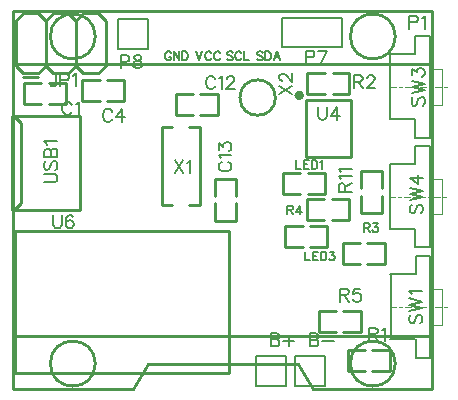
<source format=gto>
G04 ---------------------------- Layer name :TOP SILK LAYER*
G04 easyEDA 0.1*
G04 Scale: 100 percent, Rotated: No, Reflected: No *
G04 Dimensions in inches *
G04 leading zeros omitted , absolute positions ,2 integer and 4 * 
%FSLAX24Y24*%
%MOIN*%
G90*
G70D02*

%ADD10C,0.010000*%
%ADD11C,0.007874*%
%ADD12C,0.003937*%
%ADD13C,0.001968*%
%ADD14C,0.008000*%
%ADD15C,0.007992*%
%ADD16C,0.015748*%
%ADD17C,0.007000*%
%ADD18C,0.006000*%

%LPD*%
G54D10*
G01X6000Y9790D02*
G01X5439Y9790D01*
G01X6250Y9090D02*
G01X6839Y9090D01*
G01X6839Y9790D01*
G01X6250Y9790D01*
G01X5439Y9790D02*
G01X5439Y9090D01*
G01X5439Y9090D02*
G01X6000Y9090D01*
G01X7443Y6407D02*
G01X7443Y6967D01*
G01X6743Y6157D02*
G01X6743Y5567D01*
G01X7443Y5567D01*
G01X7443Y6157D01*
G01X7443Y6967D02*
G01X6743Y6967D01*
G01X6743Y6967D02*
G01X6743Y6407D01*
G01X11Y12569D02*
G01X13988Y12569D01*
G01X11Y12569D02*
G01X11Y-29D01*
G01X13988Y12569D02*
G01X13988Y-29D01*
G01X11Y-29D02*
G01X4000Y-29D01*
G01X11Y10797D02*
G01X13988Y10797D01*
G01X11Y1742D02*
G01X13988Y1742D01*
G01X4500Y817D02*
G01X9500Y817D01*
G01X4500Y817D02*
G01X4000Y-29D01*
G01X9500Y817D02*
G01X10000Y-29D01*
G01X10000Y-29D02*
G01X13988Y-29D01*
G01X11089Y9605D02*
G01X9788Y9605D01*
G01X9788Y7716D01*
G01X11288Y7716D01*
G01X11288Y9605D01*
G01X11089Y9605D01*
G54D11*
G01X12590Y8958D02*
G01X12590Y11123D01*
G01X13910Y8348D02*
G01X13909Y11733D01*
G01X13909Y8348D02*
G01X13425Y8348D01*
G01X13909Y11733D02*
G01X13425Y11733D01*
G01X13425Y8958D02*
G01X13425Y8348D01*
G01X12590Y11123D02*
G01X13406Y11123D01*
G01X12590Y8958D02*
G01X13406Y8957D01*
G01X13425Y11123D02*
G01X13425Y11733D01*
G54D12*
G01X13909Y9450D02*
G01X14303Y9450D01*
G01X13909Y10631D02*
G01X14303Y10631D01*
G01X14303Y9450D02*
G01X14303Y10631D01*
G54D13*
G01X12568Y10040D02*
G01X12768Y10040D01*
G01X12868Y10040D02*
G01X12968Y10040D01*
G01X13068Y10040D02*
G01X13268Y10040D01*
G01X13368Y10040D02*
G01X13468Y10040D01*
G01X13568Y10040D02*
G01X13768Y10040D01*
G01X13868Y10040D02*
G01X13968Y10040D01*
G01X14068Y10040D02*
G01X14268Y10040D01*
G01X14368Y10040D02*
G01X14468Y10040D01*
G54D11*
G01X12580Y5300D02*
G01X12580Y7465D01*
G01X13898Y4690D02*
G01X13898Y8075D01*
G01X13898Y4690D02*
G01X13414Y4690D01*
G01X13897Y8075D02*
G01X13414Y8075D01*
G01X13414Y5300D02*
G01X13414Y4690D01*
G01X12579Y7465D02*
G01X13394Y7465D01*
G01X12579Y5300D02*
G01X13394Y5300D01*
G01X13414Y7465D02*
G01X13414Y8075D01*
G54D12*
G01X13898Y5792D02*
G01X14292Y5792D01*
G01X13898Y6973D02*
G01X14292Y6973D01*
G01X14292Y5792D02*
G01X14292Y6973D01*
G54D13*
G01X12556Y6382D02*
G01X12756Y6382D01*
G01X12856Y6382D02*
G01X12956Y6382D01*
G01X13056Y6382D02*
G01X13256Y6382D01*
G01X13356Y6382D02*
G01X13456Y6382D01*
G01X13556Y6382D02*
G01X13756Y6382D01*
G01X13856Y6382D02*
G01X13956Y6382D01*
G01X14056Y6382D02*
G01X14256Y6382D01*
G01X14356Y6382D02*
G01X14456Y6382D01*
G54D11*
G01X12592Y1625D02*
G01X12592Y3790D01*
G01X13910Y1015D02*
G01X13910Y4400D01*
G01X13910Y1015D02*
G01X13426Y1015D01*
G01X13910Y4400D02*
G01X13426Y4400D01*
G01X13426Y1625D02*
G01X13426Y1015D01*
G01X12591Y3790D02*
G01X13406Y3790D01*
G01X12591Y1625D02*
G01X13406Y1625D01*
G01X13426Y3790D02*
G01X13426Y4400D01*
G54D12*
G01X13910Y2117D02*
G01X14304Y2117D01*
G01X13910Y3298D02*
G01X14304Y3298D01*
G01X14304Y2117D02*
G01X14304Y3298D01*
G54D13*
G01X12568Y2707D02*
G01X12768Y2707D01*
G01X12868Y2707D02*
G01X12968Y2707D01*
G01X13068Y2707D02*
G01X13268Y2707D01*
G01X13368Y2707D02*
G01X13468Y2707D01*
G01X13568Y2707D02*
G01X13768Y2707D01*
G01X13868Y2707D02*
G01X13968Y2707D01*
G01X14068Y2707D02*
G01X14268Y2707D01*
G01X14368Y2707D02*
G01X14468Y2707D01*
G54D10*
G01X100Y10750D02*
G01X350Y10500D01*
G01X850Y10500D02*
G01X1100Y10750D01*
G01X1100Y10750D02*
G01X1350Y10500D01*
G01X1850Y10500D02*
G01X2100Y10750D01*
G01X2100Y10750D02*
G01X2350Y10500D01*
G01X2850Y10500D02*
G01X3100Y10750D01*
G01X100Y10750D02*
G01X100Y12250D01*
G01X100Y12250D02*
G01X350Y12500D01*
G01X350Y12500D02*
G01X850Y12500D01*
G01X850Y12500D02*
G01X1100Y12250D01*
G01X1100Y12250D02*
G01X1350Y12500D01*
G01X1350Y12500D02*
G01X1850Y12500D01*
G01X1850Y12500D02*
G01X2100Y12250D01*
G01X2100Y12250D02*
G01X2350Y12500D01*
G01X2350Y12500D02*
G01X2850Y12500D01*
G01X2850Y12500D02*
G01X3100Y12250D01*
G01X1100Y12250D02*
G01X1100Y10750D01*
G01X2100Y12250D02*
G01X2100Y10750D01*
G01X3100Y12250D02*
G01X3100Y10750D01*
G01X2350Y10500D02*
G01X2850Y10500D01*
G01X1350Y10500D02*
G01X1850Y10500D01*
G01X350Y10500D02*
G01X850Y10500D01*
G01X850Y10369D02*
G01X350Y10369D01*
G01X5324Y6097D02*
G01X4970Y6097D01*
G01X4970Y8716D01*
G01X5324Y8716D01*
G01X5875Y8716D02*
G01X6229Y8716D01*
G01X6229Y6097D01*
G01X5875Y6097D01*
G01X11567Y4825D02*
G01X11006Y4825D01*
G01X11817Y4125D02*
G01X12406Y4125D01*
G01X12406Y4825D01*
G01X11817Y4825D01*
G01X11006Y4825D02*
G01X11006Y4125D01*
G01X11006Y4125D02*
G01X11567Y4125D01*
G01X1207Y9482D02*
G01X1767Y9482D01*
G01X957Y10182D02*
G01X367Y10182D01*
G01X367Y9482D01*
G01X957Y9482D01*
G01X1767Y9482D02*
G01X1767Y10182D01*
G01X1767Y10182D02*
G01X1207Y10182D01*
G01X10377Y6294D02*
G01X9817Y6294D01*
G01X10627Y5594D02*
G01X11217Y5594D01*
G01X11217Y6294D01*
G01X10627Y6294D01*
G01X9817Y6294D02*
G01X9817Y5594D01*
G01X9817Y5594D02*
G01X10377Y5594D01*
G01X9836Y6455D02*
G01X10397Y6455D01*
G01X9586Y7155D02*
G01X8997Y7155D01*
G01X8997Y6455D01*
G01X9586Y6455D01*
G01X10397Y6455D02*
G01X10397Y7155D01*
G01X10397Y7155D02*
G01X9836Y7155D01*
G01X9911Y4705D02*
G01X10472Y4705D01*
G01X9661Y5405D02*
G01X9072Y5405D01*
G01X9072Y4705D01*
G01X9661Y4705D01*
G01X10472Y4705D02*
G01X10472Y5405D01*
G01X10472Y5405D02*
G01X9911Y5405D01*
G01X2252Y5925D02*
G01X-7Y5925D01*
G01X2256Y5925D02*
G01X2256Y9074D01*
G01X2256Y9074D02*
G01X-3Y9074D01*
G01X-11Y5925D02*
G01X-11Y9074D01*
G01X268Y6165D02*
G01X268Y8830D01*
G01X-11Y5933D02*
G01X36Y5933D01*
G01X268Y6165D01*
G01X-3Y9063D02*
G01X36Y9063D01*
G01X268Y8830D01*
G01X10773Y2565D02*
G01X10214Y2565D01*
G01X11023Y1865D02*
G01X11614Y1865D01*
G01X11614Y2565D01*
G01X11023Y2565D01*
G01X10214Y2565D02*
G01X10214Y1865D01*
G01X10214Y1865D02*
G01X10773Y1865D01*
G54D14*
G01X9100Y80D02*
G01X8100Y80D01*
G01X8100Y1080D01*
G01X9100Y1080D01*
G01X9100Y330D01*
G54D15*
G01X9100Y80D02*
G01X9100Y330D01*
G54D14*
G01X10403Y76D02*
G01X9403Y76D01*
G01X9403Y1076D01*
G01X10403Y1076D01*
G01X10403Y326D01*
G54D15*
G01X10403Y76D02*
G01X10403Y326D01*
G54D10*
G01X10659Y9800D02*
G01X11218Y9800D01*
G01X10409Y10500D02*
G01X9818Y10500D01*
G01X9818Y9800D01*
G01X10409Y9800D01*
G01X11218Y9800D02*
G01X11218Y10500D01*
G01X11218Y10500D02*
G01X10659Y10500D01*
G54D14*
G01X10975Y12350D02*
G01X10975Y11359D01*
G01X8975Y11359D01*
G01X8975Y12350D01*
G01X10975Y12350D01*
G01X4500Y11300D02*
G01X3500Y11300D01*
G01X3500Y12300D01*
G01X4500Y12300D01*
G01X4500Y11550D01*
G54D15*
G01X4500Y11300D02*
G01X4500Y11550D01*
G54D10*
G01X3146Y9567D02*
G01X3707Y9567D01*
G01X2896Y10267D02*
G01X2307Y10267D01*
G01X2307Y9567D01*
G01X2896Y9567D01*
G01X3707Y9567D02*
G01X3707Y10267D01*
G01X3707Y10267D02*
G01X3146Y10267D01*
G01X11739Y1259D02*
G01X11180Y1259D01*
G01X11989Y559D02*
G01X12580Y559D01*
G01X12580Y1259D01*
G01X11989Y1259D01*
G01X11180Y1259D02*
G01X11180Y559D01*
G01X11180Y559D02*
G01X11739Y559D01*
G01X11609Y6409D02*
G01X11609Y5848D01*
G01X12309Y6659D02*
G01X12309Y7248D01*
G01X11609Y7248D01*
G01X11609Y6659D01*
G01X11609Y5848D02*
G01X12309Y5848D01*
G01X12309Y5848D02*
G01X12309Y6409D01*
G01X7200Y500D02*
G01X7200Y5240D01*
G01X7200Y5240D02*
G01X69Y5240D01*
G01X69Y5240D02*
G01X69Y500D01*
G01X69Y500D02*
G01X7200Y500D01*
G54D17*
G01X6747Y10300D02*
G01X6726Y10340D01*
G01X6685Y10382D01*
G01X6645Y10401D01*
G01X6563Y10401D01*
G01X6522Y10382D01*
G01X6481Y10340D01*
G01X6460Y10300D01*
G01X6440Y10238D01*
G01X6440Y10136D01*
G01X6460Y10075D01*
G01X6481Y10034D01*
G01X6522Y9992D01*
G01X6563Y9973D01*
G01X6645Y9973D01*
G01X6685Y9992D01*
G01X6726Y10034D01*
G01X6747Y10075D01*
G01X6882Y10321D02*
G01X6923Y10340D01*
G01X6984Y10401D01*
G01X6984Y9973D01*
G01X7140Y10300D02*
G01X7140Y10321D01*
G01X7160Y10361D01*
G01X7180Y10382D01*
G01X7221Y10401D01*
G01X7303Y10401D01*
G01X7344Y10382D01*
G01X7365Y10361D01*
G01X7385Y10321D01*
G01X7385Y10280D01*
G01X7365Y10238D01*
G01X7324Y10176D01*
G01X7119Y9973D01*
G01X7405Y9973D01*
G01X6961Y7537D02*
G01X6921Y7516D01*
G01X6880Y7475D01*
G01X6860Y7435D01*
G01X6860Y7353D01*
G01X6880Y7312D01*
G01X6921Y7271D01*
G01X6961Y7250D01*
G01X7022Y7230D01*
G01X7125Y7230D01*
G01X7186Y7250D01*
G01X7227Y7271D01*
G01X7268Y7312D01*
G01X7289Y7353D01*
G01X7289Y7435D01*
G01X7268Y7475D01*
G01X7227Y7516D01*
G01X7186Y7537D01*
G01X6940Y7672D02*
G01X6921Y7713D01*
G01X6860Y7774D01*
G01X7289Y7774D01*
G01X6860Y7950D02*
G01X6860Y8175D01*
G01X7022Y8052D01*
G01X7022Y8114D01*
G01X7043Y8155D01*
G01X7064Y8175D01*
G01X7125Y8195D01*
G01X7165Y8195D01*
G01X7227Y8175D01*
G01X7268Y8134D01*
G01X7289Y8073D01*
G01X7289Y8011D01*
G01X7268Y7950D01*
G01X7247Y7930D01*
G01X7206Y7909D01*
G01X13225Y12415D02*
G01X13225Y11985D01*
G01X13225Y12415D02*
G01X13409Y12415D01*
G01X13469Y12394D01*
G01X13490Y12374D01*
G01X13510Y12333D01*
G01X13510Y12272D01*
G01X13490Y12231D01*
G01X13469Y12210D01*
G01X13409Y12190D01*
G01X13225Y12190D01*
G01X13646Y12333D02*
G01X13686Y12353D01*
G01X13748Y12415D01*
G01X13748Y11985D01*
G54D18*
G01X5276Y11155D02*
G01X5261Y11182D01*
G01X5235Y11209D01*
G01X5206Y11223D01*
G01X5152Y11223D01*
G01X5126Y11209D01*
G01X5097Y11182D01*
G01X5085Y11155D01*
G01X5071Y11115D01*
G01X5071Y11046D01*
G01X5085Y11005D01*
G01X5097Y10978D01*
G01X5126Y10951D01*
G01X5152Y10936D01*
G01X5206Y10936D01*
G01X5235Y10951D01*
G01X5261Y10978D01*
G01X5276Y11005D01*
G01X5276Y11046D01*
G01X5206Y11046D02*
G01X5276Y11046D01*
G01X5365Y11223D02*
G01X5365Y10936D01*
G01X5365Y11223D02*
G01X5556Y10936D01*
G01X5556Y11223D02*
G01X5556Y10936D01*
G01X5646Y11223D02*
G01X5646Y10936D01*
G01X5646Y11223D02*
G01X5742Y11223D01*
G01X5782Y11209D01*
G01X5810Y11182D01*
G01X5823Y11155D01*
G01X5836Y11115D01*
G01X5836Y11046D01*
G01X5823Y11005D01*
G01X5810Y10978D01*
G01X5782Y10951D01*
G01X5742Y10936D01*
G01X5646Y10936D01*
G01X6106Y11225D02*
G01X6215Y10938D01*
G01X6325Y11225D02*
G01X6215Y10938D01*
G01X6619Y11155D02*
G01X6606Y11184D01*
G01X6578Y11211D01*
G01X6552Y11225D01*
G01X6497Y11225D01*
G01X6469Y11211D01*
G01X6442Y11184D01*
G01X6428Y11155D01*
G01X6414Y11115D01*
G01X6414Y11046D01*
G01X6428Y11005D01*
G01X6442Y10978D01*
G01X6469Y10951D01*
G01X6497Y10938D01*
G01X6552Y10938D01*
G01X6578Y10951D01*
G01X6606Y10978D01*
G01X6619Y11005D01*
G01X6914Y11155D02*
G01X6901Y11184D01*
G01X6872Y11211D01*
G01X6846Y11225D01*
G01X6792Y11225D01*
G01X6764Y11211D01*
G01X6736Y11184D01*
G01X6722Y11155D01*
G01X6710Y11115D01*
G01X6710Y11046D01*
G01X6722Y11005D01*
G01X6736Y10978D01*
G01X6764Y10951D01*
G01X6792Y10938D01*
G01X6846Y10938D01*
G01X6872Y10951D01*
G01X6901Y10978D01*
G01X6914Y11005D01*
G01X7330Y11184D02*
G01X7302Y11211D01*
G01X7261Y11225D01*
G01X7206Y11225D01*
G01X7165Y11211D01*
G01X7139Y11184D01*
G01X7139Y11155D01*
G01X7152Y11128D01*
G01X7165Y11115D01*
G01X7193Y11101D01*
G01X7275Y11075D01*
G01X7302Y11061D01*
G01X7315Y11046D01*
G01X7330Y11021D01*
G01X7330Y10978D01*
G01X7302Y10951D01*
G01X7261Y10938D01*
G01X7206Y10938D01*
G01X7165Y10951D01*
G01X7139Y10978D01*
G01X7623Y11155D02*
G01X7610Y11184D01*
G01X7584Y11211D01*
G01X7556Y11225D01*
G01X7502Y11225D01*
G01X7473Y11211D01*
G01X7447Y11184D01*
G01X7434Y11155D01*
G01X7419Y11115D01*
G01X7419Y11046D01*
G01X7434Y11005D01*
G01X7447Y10978D01*
G01X7473Y10951D01*
G01X7502Y10938D01*
G01X7556Y10938D01*
G01X7584Y10951D01*
G01X7610Y10978D01*
G01X7623Y11005D01*
G01X7714Y11225D02*
G01X7714Y10938D01*
G01X7714Y10938D02*
G01X7877Y10938D01*
G01X8326Y11182D02*
G01X8298Y11209D01*
G01X8257Y11223D01*
G01X8202Y11223D01*
G01X8161Y11209D01*
G01X8135Y11182D01*
G01X8135Y11155D01*
G01X8148Y11128D01*
G01X8161Y11115D01*
G01X8189Y11101D01*
G01X8271Y11073D01*
G01X8298Y11059D01*
G01X8311Y11046D01*
G01X8326Y11019D01*
G01X8326Y10978D01*
G01X8298Y10951D01*
G01X8257Y10936D01*
G01X8202Y10936D01*
G01X8161Y10951D01*
G01X8135Y10978D01*
G01X8415Y11223D02*
G01X8415Y10936D01*
G01X8415Y11223D02*
G01X8510Y11223D01*
G01X8552Y11209D01*
G01X8580Y11182D01*
G01X8593Y11155D01*
G01X8606Y11115D01*
G01X8606Y11046D01*
G01X8593Y11005D01*
G01X8580Y10978D01*
G01X8552Y10951D01*
G01X8510Y10936D01*
G01X8415Y10936D01*
G01X8806Y11223D02*
G01X8697Y10936D01*
G01X8806Y11223D02*
G01X8914Y10936D01*
G01X8738Y11032D02*
G01X8873Y11032D01*
G54D17*
G01X10178Y9364D02*
G01X10178Y9057D01*
G01X10198Y8996D01*
G01X10239Y8955D01*
G01X10301Y8934D01*
G01X10342Y8934D01*
G01X10403Y8955D01*
G01X10444Y8996D01*
G01X10464Y9057D01*
G01X10464Y9364D01*
G01X10804Y9364D02*
G01X10599Y9077D01*
G01X10906Y9077D01*
G01X10804Y9364D02*
G01X10804Y8934D01*
G01X8886Y9798D02*
G01X9315Y10084D01*
G01X8886Y10084D02*
G01X9315Y9798D01*
G01X8988Y10240D02*
G01X8967Y10240D01*
G01X8926Y10259D01*
G01X8906Y10280D01*
G01X8886Y10321D01*
G01X8886Y10403D01*
G01X8906Y10444D01*
G01X8926Y10465D01*
G01X8967Y10484D01*
G01X9008Y10484D01*
G01X9049Y10465D01*
G01X9111Y10423D01*
G01X9315Y10219D01*
G01X9315Y10505D01*
G01X13358Y9702D02*
G01X13317Y9661D01*
G01X13297Y9600D01*
G01X13297Y9518D01*
G01X13317Y9457D01*
G01X13358Y9416D01*
G01X13399Y9416D01*
G01X13440Y9436D01*
G01X13460Y9457D01*
G01X13481Y9498D01*
G01X13522Y9621D01*
G01X13542Y9661D01*
G01X13562Y9682D01*
G01X13603Y9702D01*
G01X13665Y9702D01*
G01X13706Y9661D01*
G01X13726Y9600D01*
G01X13726Y9518D01*
G01X13706Y9457D01*
G01X13665Y9416D01*
G01X13297Y9837D02*
G01X13726Y9940D01*
G01X13297Y10042D02*
G01X13726Y9940D01*
G01X13297Y10042D02*
G01X13726Y10144D01*
G01X13297Y10246D02*
G01X13726Y10144D01*
G01X13297Y10422D02*
G01X13297Y10647D01*
G01X13460Y10525D01*
G01X13460Y10586D01*
G01X13481Y10627D01*
G01X13501Y10647D01*
G01X13562Y10668D01*
G01X13603Y10668D01*
G01X13665Y10647D01*
G01X13706Y10606D01*
G01X13726Y10545D01*
G01X13726Y10484D01*
G01X13706Y10422D01*
G01X13685Y10402D01*
G01X13644Y10381D01*
G01X13298Y6119D02*
G01X13257Y6078D01*
G01X13237Y6017D01*
G01X13237Y5935D01*
G01X13257Y5874D01*
G01X13298Y5833D01*
G01X13339Y5833D01*
G01X13380Y5853D01*
G01X13400Y5874D01*
G01X13421Y5915D01*
G01X13462Y6038D01*
G01X13482Y6078D01*
G01X13502Y6099D01*
G01X13543Y6119D01*
G01X13605Y6119D01*
G01X13646Y6078D01*
G01X13666Y6017D01*
G01X13666Y5935D01*
G01X13646Y5874D01*
G01X13605Y5833D01*
G01X13237Y6254D02*
G01X13666Y6357D01*
G01X13237Y6459D02*
G01X13666Y6357D01*
G01X13237Y6459D02*
G01X13666Y6561D01*
G01X13237Y6663D02*
G01X13666Y6561D01*
G01X13237Y7003D02*
G01X13523Y6798D01*
G01X13523Y7105D01*
G01X13237Y7003D02*
G01X13666Y7003D01*
G01X13284Y2444D02*
G01X13243Y2403D01*
G01X13223Y2342D01*
G01X13223Y2259D01*
G01X13243Y2198D01*
G01X13284Y2157D01*
G01X13325Y2157D01*
G01X13366Y2178D01*
G01X13386Y2198D01*
G01X13407Y2240D01*
G01X13448Y2363D01*
G01X13468Y2403D01*
G01X13488Y2423D01*
G01X13529Y2444D01*
G01X13591Y2444D01*
G01X13632Y2403D01*
G01X13652Y2342D01*
G01X13652Y2259D01*
G01X13632Y2198D01*
G01X13591Y2157D01*
G01X13223Y2578D02*
G01X13652Y2682D01*
G01X13223Y2784D02*
G01X13652Y2682D01*
G01X13223Y2784D02*
G01X13652Y2886D01*
G01X13223Y2988D02*
G01X13652Y2886D01*
G01X13304Y3123D02*
G01X13284Y3163D01*
G01X13223Y3226D01*
G01X13652Y3226D01*
G01X1450Y10488D02*
G01X1450Y10161D01*
G01X1428Y10101D01*
G01X1409Y10080D01*
G01X1367Y10059D01*
G01X1326Y10059D01*
G01X1286Y10080D01*
G01X1265Y10101D01*
G01X1244Y10161D01*
G01X1244Y10203D01*
G01X1584Y10488D02*
G01X1584Y10059D01*
G01X1584Y10488D02*
G01X1769Y10488D01*
G01X1830Y10469D01*
G01X1850Y10448D01*
G01X1871Y10407D01*
G01X1871Y10346D01*
G01X1850Y10305D01*
G01X1830Y10284D01*
G01X1769Y10263D01*
G01X1584Y10263D01*
G01X2005Y10407D02*
G01X2046Y10428D01*
G01X2107Y10488D01*
G01X2107Y10059D01*
G01X5400Y7600D02*
G01X5685Y7170D01*
G01X5685Y7600D02*
G01X5400Y7170D01*
G01X5821Y7518D02*
G01X5861Y7538D01*
G01X5923Y7600D01*
G01X5923Y7170D01*
G01X11706Y5488D02*
G01X11706Y5201D01*
G01X11706Y5488D02*
G01X11830Y5488D01*
G01X11871Y5475D01*
G01X11884Y5461D01*
G01X11897Y5434D01*
G01X11897Y5407D01*
G01X11884Y5380D01*
G01X11871Y5365D01*
G01X11830Y5351D01*
G01X11706Y5351D01*
G01X11802Y5351D02*
G01X11897Y5201D01*
G01X12014Y5488D02*
G01X12164Y5488D01*
G01X12082Y5380D01*
G01X12123Y5380D01*
G01X12152Y5365D01*
G01X12164Y5351D01*
G01X12178Y5311D01*
G01X12178Y5284D01*
G01X12164Y5242D01*
G01X12138Y5215D01*
G01X12097Y5201D01*
G01X12056Y5201D01*
G01X12014Y5215D01*
G01X12002Y5230D01*
G01X11988Y5257D01*
G01X1963Y9436D02*
G01X1942Y9478D01*
G01X1901Y9519D01*
G01X1861Y9538D01*
G01X1779Y9538D01*
G01X1738Y9519D01*
G01X1697Y9478D01*
G01X1676Y9436D01*
G01X1656Y9376D01*
G01X1656Y9273D01*
G01X1676Y9211D01*
G01X1697Y9171D01*
G01X1738Y9130D01*
G01X1779Y9109D01*
G01X1861Y9109D01*
G01X1901Y9130D01*
G01X1942Y9171D01*
G01X1963Y9211D01*
G01X2098Y9457D02*
G01X2139Y9478D01*
G01X2200Y9538D01*
G01X2200Y9109D01*
G01X9152Y6078D02*
G01X9152Y5790D01*
G01X9152Y6078D02*
G01X9275Y6078D01*
G01X9316Y6063D01*
G01X9329Y6050D01*
G01X9343Y6023D01*
G01X9343Y5996D01*
G01X9329Y5969D01*
G01X9316Y5955D01*
G01X9275Y5940D01*
G01X9152Y5940D01*
G01X9247Y5940D02*
G01X9343Y5790D01*
G01X9569Y6078D02*
G01X9433Y5886D01*
G01X9637Y5886D01*
G01X9569Y6078D02*
G01X9569Y5790D01*
G01X9446Y7593D02*
G01X9446Y7306D01*
G01X9446Y7306D02*
G01X9610Y7306D01*
G01X9700Y7593D02*
G01X9700Y7306D01*
G01X9700Y7593D02*
G01X9877Y7593D01*
G01X9700Y7456D02*
G01X9809Y7456D01*
G01X9700Y7306D02*
G01X9877Y7306D01*
G01X9967Y7593D02*
G01X9967Y7306D01*
G01X9967Y7593D02*
G01X10062Y7593D01*
G01X10103Y7579D01*
G01X10131Y7552D01*
G01X10144Y7524D01*
G01X10158Y7484D01*
G01X10158Y7415D01*
G01X10144Y7374D01*
G01X10131Y7347D01*
G01X10103Y7320D01*
G01X10062Y7306D01*
G01X9967Y7306D01*
G01X10248Y7538D02*
G01X10275Y7552D01*
G01X10316Y7593D01*
G01X10316Y7306D01*
G01X9746Y4546D02*
G01X9746Y4259D01*
G01X9746Y4259D02*
G01X9910Y4259D01*
G01X10000Y4546D02*
G01X10000Y4259D01*
G01X10000Y4546D02*
G01X10177Y4546D01*
G01X10000Y4409D02*
G01X10109Y4409D01*
G01X10000Y4259D02*
G01X10177Y4259D01*
G01X10267Y4546D02*
G01X10267Y4259D01*
G01X10267Y4546D02*
G01X10362Y4546D01*
G01X10403Y4532D01*
G01X10431Y4505D01*
G01X10444Y4477D01*
G01X10458Y4437D01*
G01X10458Y4368D01*
G01X10444Y4327D01*
G01X10431Y4300D01*
G01X10403Y4273D01*
G01X10362Y4259D01*
G01X10267Y4259D01*
G01X10575Y4546D02*
G01X10725Y4546D01*
G01X10643Y4437D01*
G01X10684Y4437D01*
G01X10711Y4423D01*
G01X10725Y4409D01*
G01X10739Y4368D01*
G01X10739Y4341D01*
G01X10725Y4300D01*
G01X10698Y4273D01*
G01X10657Y4259D01*
G01X10616Y4259D01*
G01X10575Y4273D01*
G01X10561Y4287D01*
G01X10548Y4314D01*
G01X1055Y6855D02*
G01X1361Y6855D01*
G01X1423Y6875D01*
G01X1463Y6915D01*
G01X1484Y6976D01*
G01X1484Y7017D01*
G01X1463Y7080D01*
G01X1423Y7121D01*
G01X1361Y7140D01*
G01X1055Y7140D01*
G01X1115Y7561D02*
G01X1075Y7521D01*
G01X1055Y7459D01*
G01X1055Y7378D01*
G01X1075Y7317D01*
G01X1115Y7276D01*
G01X1157Y7276D01*
G01X1198Y7296D01*
G01X1217Y7317D01*
G01X1238Y7357D01*
G01X1280Y7480D01*
G01X1300Y7521D01*
G01X1321Y7542D01*
G01X1361Y7561D01*
G01X1423Y7561D01*
G01X1463Y7521D01*
G01X1484Y7459D01*
G01X1484Y7378D01*
G01X1463Y7317D01*
G01X1423Y7276D01*
G01X1055Y7696D02*
G01X1484Y7696D01*
G01X1055Y7696D02*
G01X1055Y7882D01*
G01X1075Y7942D01*
G01X1096Y7963D01*
G01X1136Y7984D01*
G01X1176Y7984D01*
G01X1217Y7963D01*
G01X1238Y7942D01*
G01X1259Y7882D01*
G01X1259Y7696D02*
G01X1259Y7882D01*
G01X1280Y7942D01*
G01X1300Y7963D01*
G01X1340Y7984D01*
G01X1401Y7984D01*
G01X1442Y7963D01*
G01X1463Y7942D01*
G01X1484Y7882D01*
G01X1484Y7696D01*
G01X1136Y8119D02*
G01X1115Y8159D01*
G01X1055Y8221D01*
G01X1484Y8221D01*
G01X10914Y3309D02*
G01X10914Y2880D01*
G01X10914Y3309D02*
G01X11097Y3309D01*
G01X11159Y3290D01*
G01X11180Y3269D01*
G01X11200Y3228D01*
G01X11200Y3188D01*
G01X11180Y3146D01*
G01X11159Y3126D01*
G01X11097Y3105D01*
G01X10914Y3105D01*
G01X11056Y3105D02*
G01X11200Y2880D01*
G01X11581Y3309D02*
G01X11376Y3309D01*
G01X11356Y3126D01*
G01X11376Y3146D01*
G01X11438Y3167D01*
G01X11498Y3167D01*
G01X11560Y3146D01*
G01X11601Y3105D01*
G01X11622Y3044D01*
G01X11622Y3003D01*
G01X11601Y2942D01*
G01X11560Y2901D01*
G01X11498Y2880D01*
G01X11438Y2880D01*
G01X11376Y2901D01*
G01X11356Y2921D01*
G01X11335Y2963D01*
G01X8600Y1825D02*
G01X8600Y1396D01*
G01X8600Y1825D02*
G01X8784Y1825D01*
G01X8844Y1805D01*
G01X8865Y1784D01*
G01X8885Y1744D01*
G01X8885Y1703D01*
G01X8865Y1661D01*
G01X8844Y1640D01*
G01X8784Y1621D01*
G01X8600Y1621D02*
G01X8784Y1621D01*
G01X8844Y1600D01*
G01X8865Y1580D01*
G01X8885Y1538D01*
G01X8885Y1478D01*
G01X8865Y1436D01*
G01X8844Y1415D01*
G01X8784Y1396D01*
G01X8600Y1396D01*
G01X9205Y1763D02*
G01X9205Y1396D01*
G01X9021Y1580D02*
G01X9389Y1580D01*
G01X9903Y1821D02*
G01X9903Y1392D01*
G01X9903Y1821D02*
G01X10088Y1821D01*
G01X10148Y1801D01*
G01X10169Y1780D01*
G01X10189Y1740D01*
G01X10189Y1698D01*
G01X10169Y1657D01*
G01X10148Y1636D01*
G01X10088Y1617D01*
G01X9903Y1617D02*
G01X10088Y1617D01*
G01X10148Y1596D01*
G01X10169Y1576D01*
G01X10189Y1534D01*
G01X10189Y1473D01*
G01X10169Y1432D01*
G01X10148Y1411D01*
G01X10088Y1392D01*
G01X9903Y1392D01*
G01X10325Y1576D02*
G01X10693Y1576D01*
G01X11375Y10423D02*
G01X11375Y9994D01*
G01X11375Y10423D02*
G01X11559Y10423D01*
G01X11620Y10403D01*
G01X11641Y10382D01*
G01X11661Y10342D01*
G01X11661Y10301D01*
G01X11641Y10259D01*
G01X11620Y10238D01*
G01X11559Y10219D01*
G01X11375Y10219D01*
G01X11518Y10219D02*
G01X11661Y9994D01*
G01X11817Y10321D02*
G01X11817Y10342D01*
G01X11837Y10382D01*
G01X11858Y10403D01*
G01X11899Y10423D01*
G01X11980Y10423D01*
G01X12021Y10403D01*
G01X12042Y10382D01*
G01X12062Y10342D01*
G01X12062Y10301D01*
G01X12042Y10259D01*
G01X12001Y10198D01*
G01X11796Y9994D01*
G01X12083Y9994D01*
G01X9766Y11250D02*
G01X9766Y10821D01*
G01X9766Y11250D02*
G01X9950Y11250D01*
G01X10011Y11230D01*
G01X10032Y11209D01*
G01X10052Y11169D01*
G01X10052Y11107D01*
G01X10032Y11065D01*
G01X10011Y11046D01*
G01X9950Y11025D01*
G01X9766Y11025D01*
G01X10474Y11250D02*
G01X10269Y10821D01*
G01X10187Y11250D02*
G01X10474Y11250D01*
G01X3600Y11100D02*
G01X3600Y10671D01*
G01X3600Y11100D02*
G01X3784Y11100D01*
G01X3844Y11080D01*
G01X3865Y11059D01*
G01X3886Y11019D01*
G01X3886Y10957D01*
G01X3865Y10915D01*
G01X3844Y10896D01*
G01X3784Y10875D01*
G01X3600Y10875D01*
G01X4123Y11100D02*
G01X4061Y11080D01*
G01X4042Y11038D01*
G01X4042Y10998D01*
G01X4061Y10957D01*
G01X4103Y10936D01*
G01X4184Y10915D01*
G01X4246Y10896D01*
G01X4286Y10855D01*
G01X4307Y10813D01*
G01X4307Y10753D01*
G01X4286Y10711D01*
G01X4267Y10690D01*
G01X4205Y10671D01*
G01X4123Y10671D01*
G01X4061Y10690D01*
G01X4042Y10711D01*
G01X4021Y10753D01*
G01X4021Y10813D01*
G01X4042Y10855D01*
G01X4082Y10896D01*
G01X4144Y10915D01*
G01X4226Y10936D01*
G01X4267Y10957D01*
G01X4286Y10998D01*
G01X4286Y11038D01*
G01X4267Y11080D01*
G01X4205Y11100D01*
G01X4123Y11100D01*
G01X3313Y9209D02*
G01X3292Y9251D01*
G01X3251Y9292D01*
G01X3211Y9311D01*
G01X3130Y9311D01*
G01X3088Y9292D01*
G01X3048Y9251D01*
G01X3026Y9209D01*
G01X3007Y9148D01*
G01X3007Y9046D01*
G01X3026Y8984D01*
G01X3048Y8944D01*
G01X3088Y8903D01*
G01X3130Y8882D01*
G01X3211Y8882D01*
G01X3251Y8903D01*
G01X3292Y8944D01*
G01X3313Y8984D01*
G01X3653Y9311D02*
G01X3448Y9026D01*
G01X3755Y9026D01*
G01X3653Y9311D02*
G01X3653Y8882D01*
G01X11880Y2005D02*
G01X11880Y1576D01*
G01X11880Y2005D02*
G01X12064Y2005D01*
G01X12125Y1984D01*
G01X12146Y1965D01*
G01X12165Y1923D01*
G01X12165Y1882D01*
G01X12146Y1842D01*
G01X12125Y1821D01*
G01X12064Y1801D01*
G01X11880Y1801D01*
G01X12022Y1801D02*
G01X12165Y1576D01*
G01X12301Y1923D02*
G01X12342Y1944D01*
G01X12403Y2005D01*
G01X12403Y1576D01*
G01X10864Y6548D02*
G01X11293Y6548D01*
G01X10864Y6548D02*
G01X10864Y6732D01*
G01X10884Y6794D01*
G01X10903Y6815D01*
G01X10944Y6834D01*
G01X10985Y6834D01*
G01X11027Y6815D01*
G01X11047Y6794D01*
G01X11068Y6732D01*
G01X11068Y6548D01*
G01X11068Y6692D02*
G01X11293Y6834D01*
G01X10944Y6969D02*
G01X10925Y7011D01*
G01X10864Y7073D01*
G01X11293Y7073D01*
G01X10944Y7207D02*
G01X10925Y7248D01*
G01X10864Y7309D01*
G01X11293Y7309D01*
G01X1344Y5757D02*
G01X1344Y5451D01*
G01X1364Y5390D01*
G01X1405Y5348D01*
G01X1467Y5328D01*
G01X1508Y5328D01*
G01X1569Y5348D01*
G01X1610Y5390D01*
G01X1630Y5451D01*
G01X1630Y5757D01*
G01X2011Y5696D02*
G01X1990Y5738D01*
G01X1929Y5757D01*
G01X1888Y5757D01*
G01X1827Y5738D01*
G01X1786Y5676D01*
G01X1765Y5573D01*
G01X1765Y5471D01*
G01X1786Y5390D01*
G01X1827Y5348D01*
G01X1888Y5328D01*
G01X1909Y5328D01*
G01X1970Y5348D01*
G01X2011Y5390D01*
G01X2031Y5451D01*
G01X2031Y5471D01*
G01X2011Y5532D01*
G01X1970Y5573D01*
G01X1909Y5594D01*
G01X1888Y5594D01*
G01X1827Y5573D01*
G01X1786Y5532D01*
G01X1765Y5471D01*
G54D16*
G75*
G01X9627Y9761D02*
G03X9627Y9759I-78J-1D01*
G01*
G54D10*
G75*
G01X2750Y11723D02*
G03X2750Y11723I-750J0D01*
G01*
G75*
G01X12750Y11723D02*
G03X12750Y11723I-750J0D01*
G01*
G75*
G01X2750Y817D02*
G03X2750Y817I-750J0D01*
G01*
G75*
G01X12750Y817D02*
G03X12750Y817I-750J0D01*
G01*
G75*
G01X8755Y9684D02*
G03X8755Y9684I-591J0D01*
G01*

M00*
M02*
</source>
